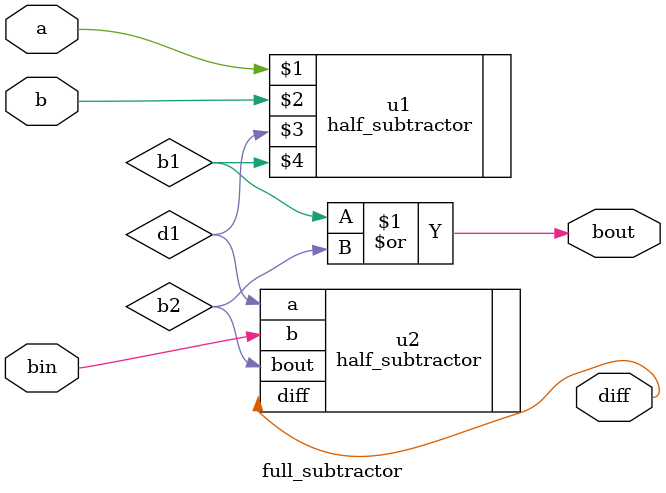
<source format=v>
module full_subtractor (
    input wire a, 
    input wire b, 
    input wire bin,
    output wire diff, 
    output wire bout
);
    wire b1;
    wire d1;
    wire b2;
    half_subtractor u1(a, b, d1, b1); // Module
    half_subtractor u2(.a(d1), .b(bin), .diff(diff), .bout(b2)); // Module

    assign bout = b1 | b2;
endmodule


</source>
